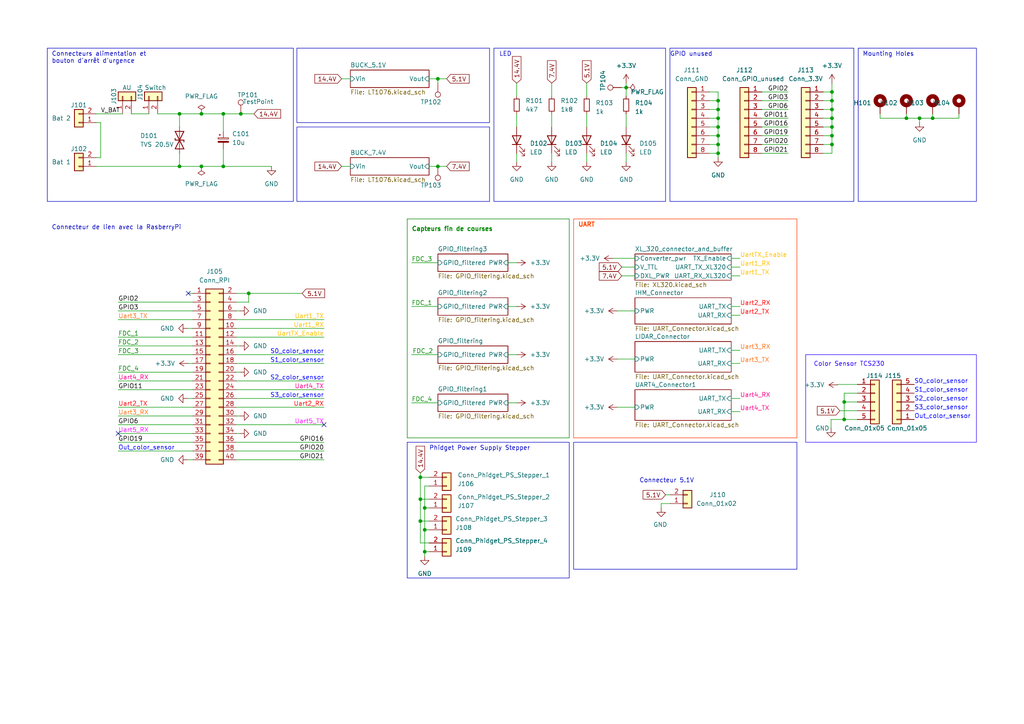
<source format=kicad_sch>
(kicad_sch (version 20230121) (generator eeschema)
  (paper "A4")
  (lib_symbols
    (symbol "Connector:TestPoint" (pin_numbers hide) (pin_names (offset 0.762) hide)
      (property "Reference" "TP" (at 0 6.858 0))
      (property "Value" "TestPoint" (at 0 5.08 0))
      (symbol "TestPoint_0_1"
        (circle (center 0 3.302) (radius 0.762))
      )
      (symbol "TestPoint_1_1"
        (pin passive line (at 0 0 90) (length 2.54) (name "1") (number "1"))
      )
    )
    (symbol "Connector_Generic:Conn_01x02" (pin_names (offset 1.016) hide)
      (property "Reference" "J" (at 0 2.54 0))
      (property "Value" "Conn_01x02" (at 0 -5.08 0))
      (symbol "Conn_01x02_1_1"
        (rectangle (start -1.27 -2.413) (end 0 -2.667) (stroke (width 0.1524)))
        (rectangle (start -1.27 0.127) (end 0 -0.127) (stroke (width 0.1524)))
        (rectangle (start -1.27 1.27) (end 1.27 -3.81) (stroke (width 0.254)) (fill (type background)))
        (pin passive line (at -5.08 0 0) (length 3.81) (name "Pin_1") (number "1"))
        (pin passive line (at -5.08 -2.54 0) (length 3.81) (name "Pin_2") (number "2"))
      )
    )
    (symbol "Connector_Generic:Conn_01x05" (pin_names (offset 1.016) hide)
      (property "Reference" "J" (at 0 7.62 0))
      (property "Value" "Conn_01x05" (at 0 -7.62 0))
      (symbol "Conn_01x05_1_1"
        (rectangle (start -1.27 -4.953) (end 0 -5.207) (stroke (width 0.1524)))
        (rectangle (start -1.27 -2.413) (end 0 -2.667) (stroke (width 0.1524)))
        (rectangle (start -1.27 0.127) (end 0 -0.127) (stroke (width 0.1524)))
        (rectangle (start -1.27 2.667) (end 0 2.413) (stroke (width 0.1524)))
        (rectangle (start -1.27 5.207) (end 0 4.953) (stroke (width 0.1524)))
        (rectangle (start -1.27 6.35) (end 1.27 -6.35) (stroke (width 0.254)) (fill (type background)))
        (pin passive line (at -5.08 5.08 0) (length 3.81) (name "Pin_1") (number "1"))
        (pin passive line (at -5.08 2.54 0) (length 3.81) (name "Pin_2") (number "2"))
        (pin passive line (at -5.08 0 0) (length 3.81) (name "Pin_3") (number "3"))
        (pin passive line (at -5.08 -2.54 0) (length 3.81) (name "Pin_4") (number "4"))
        (pin passive line (at -5.08 -5.08 0) (length 3.81) (name "Pin_5") (number "5"))
      )
    )
    (symbol "Connector_Generic:Conn_01x08" (pin_names (offset 1.016) hide)
      (property "Reference" "J" (at 0 10.16 0))
      (property "Value" "Conn_01x08" (at 0 -12.7 0))
      (symbol "Conn_01x08_1_1"
        (rectangle (start -1.27 -10.033) (end 0 -10.287) (stroke (width 0.1524)))
        (rectangle (start -1.27 -7.493) (end 0 -7.747) (stroke (width 0.1524)))
        (rectangle (start -1.27 -4.953) (end 0 -5.207) (stroke (width 0.1524)))
        (rectangle (start -1.27 -2.413) (end 0 -2.667) (stroke (width 0.1524)))
        (rectangle (start -1.27 0.127) (end 0 -0.127) (stroke (width 0.1524)))
        (rectangle (start -1.27 2.667) (end 0 2.413) (stroke (width 0.1524)))
        (rectangle (start -1.27 5.207) (end 0 4.953) (stroke (width 0.1524)))
        (rectangle (start -1.27 7.747) (end 0 7.493) (stroke (width 0.1524)))
        (rectangle (start -1.27 8.89) (end 1.27 -11.43) (stroke (width 0.254)) (fill (type background)))
        (pin passive line (at -5.08 7.62 0) (length 3.81) (name "Pin_1") (number "1"))
        (pin passive line (at -5.08 5.08 0) (length 3.81) (name "Pin_2") (number "2"))
        (pin passive line (at -5.08 2.54 0) (length 3.81) (name "Pin_3") (number "3"))
        (pin passive line (at -5.08 0 0) (length 3.81) (name "Pin_4") (number "4"))
        (pin passive line (at -5.08 -2.54 0) (length 3.81) (name "Pin_5") (number "5"))
        (pin passive line (at -5.08 -5.08 0) (length 3.81) (name "Pin_6") (number "6"))
        (pin passive line (at -5.08 -7.62 0) (length 3.81) (name "Pin_7") (number "7"))
        (pin passive line (at -5.08 -10.16 0) (length 3.81) (name "Pin_8") (number "8"))
      )
    )
    (symbol "Connector_Generic:Conn_02x20_Odd_Even" (pin_names (offset 1.016) hide)
      (property "Reference" "J" (at 1.27 25.4 0))
      (property "Value" "Conn_02x20_Odd_Even" (at 1.27 -27.94 0))
      (symbol "Conn_02x20_Odd_Even_1_1"
        (rectangle (start -1.27 -25.273) (end 0 -25.527) (stroke (width 0.1524)))
        (rectangle (start -1.27 -22.733) (end 0 -22.987) (stroke (width 0.1524)))
        (rectangle (start -1.27 -20.193) (end 0 -20.447) (stroke (width 0.1524)))
        (rectangle (start -1.27 -17.653) (end 0 -17.907) (stroke (width 0.1524)))
        (rectangle (start -1.27 -15.113) (end 0 -15.367) (stroke (width 0.1524)))
        (rectangle (start -1.27 -12.573) (end 0 -12.827) (stroke (width 0.1524)))
        (rectangle (start -1.27 -10.033) (end 0 -10.287) (stroke (width 0.1524)))
        (rectangle (start -1.27 -7.493) (end 0 -7.747) (stroke (width 0.1524)))
        (rectangle (start -1.27 -4.953) (end 0 -5.207) (stroke (width 0.1524)))
        (rectangle (start -1.27 -2.413) (end 0 -2.667) (stroke (width 0.1524)))
        (rectangle (start -1.27 0.127) (end 0 -0.127) (stroke (width 0.1524)))
        (rectangle (start -1.27 2.667) (end 0 2.413) (stroke (width 0.1524)))
        (rectangle (start -1.27 5.207) (end 0 4.953) (stroke (width 0.1524)))
        (rectangle (start -1.27 7.747) (end 0 7.493) (stroke (width 0.1524)))
        (rectangle (start -1.27 10.287) (end 0 10.033) (stroke (width 0.1524)))
        (rectangle (start -1.27 12.827) (end 0 12.573) (stroke (width 0.1524)))
        (rectangle (start -1.27 15.367) (end 0 15.113) (stroke (width 0.1524)))
        (rectangle (start -1.27 17.907) (end 0 17.653) (stroke (width 0.1524)))
        (rectangle (start -1.27 20.447) (end 0 20.193) (stroke (width 0.1524)))
        (rectangle (start -1.27 22.987) (end 0 22.733) (stroke (width 0.1524)))
        (rectangle (start -1.27 24.13) (end 3.81 -26.67) (stroke (width 0.254)) (fill (type background)))
        (rectangle (start 3.81 -25.273) (end 2.54 -25.527) (stroke (width 0.1524)))
        (rectangle (start 3.81 -22.733) (end 2.54 -22.987) (stroke (width 0.1524)))
        (rectangle (start 3.81 -20.193) (end 2.54 -20.447) (stroke (width 0.1524)))
        (rectangle (start 3.81 -17.653) (end 2.54 -17.907) (stroke (width 0.1524)))
        (rectangle (start 3.81 -15.113) (end 2.54 -15.367) (stroke (width 0.1524)))
        (rectangle (start 3.81 -12.573) (end 2.54 -12.827) (stroke (width 0.1524)))
        (rectangle (start 3.81 -10.033) (end 2.54 -10.287) (stroke (width 0.1524)))
        (rectangle (start 3.81 -7.493) (end 2.54 -7.747) (stroke (width 0.1524)))
        (rectangle (start 3.81 -4.953) (end 2.54 -5.207) (stroke (width 0.1524)))
        (rectangle (start 3.81 -2.413) (end 2.54 -2.667) (stroke (width 0.1524)))
        (rectangle (start 3.81 0.127) (end 2.54 -0.127) (stroke (width 0.1524)))
        (rectangle (start 3.81 2.667) (end 2.54 2.413) (stroke (width 0.1524)))
        (rectangle (start 3.81 5.207) (end 2.54 4.953) (stroke (width 0.1524)))
        (rectangle (start 3.81 7.747) (end 2.54 7.493) (stroke (width 0.1524)))
        (rectangle (start 3.81 10.287) (end 2.54 10.033) (stroke (width 0.1524)))
        (rectangle (start 3.81 12.827) (end 2.54 12.573) (stroke (width 0.1524)))
        (rectangle (start 3.81 15.367) (end 2.54 15.113) (stroke (width 0.1524)))
        (rectangle (start 3.81 17.907) (end 2.54 17.653) (stroke (width 0.1524)))
        (rectangle (start 3.81 20.447) (end 2.54 20.193) (stroke (width 0.1524)))
        (rectangle (start 3.81 22.987) (end 2.54 22.733) (stroke (width 0.1524)))
        (pin passive line (at -5.08 22.86 0) (length 3.81) (name "Pin_1") (number "1"))
        (pin passive line (at 7.62 12.7 180) (length 3.81) (name "Pin_10") (number "10"))
        (pin passive line (at -5.08 10.16 0) (length 3.81) (name "Pin_11") (number "11"))
        (pin passive line (at 7.62 10.16 180) (length 3.81) (name "Pin_12") (number "12"))
        (pin passive line (at -5.08 7.62 0) (length 3.81) (name "Pin_13") (number "13"))
        (pin passive line (at 7.62 7.62 180) (length 3.81) (name "Pin_14") (number "14"))
        (pin passive line (at -5.08 5.08 0) (length 3.81) (name "Pin_15") (number "15"))
        (pin passive line (at 7.62 5.08 180) (length 3.81) (name "Pin_16") (number "16"))
        (pin passive line (at -5.08 2.54 0) (length 3.81) (name "Pin_17") (number "17"))
        (pin passive line (at 7.62 2.54 180) (length 3.81) (name "Pin_18") (number "18"))
        (pin passive line (at -5.08 0 0) (length 3.81) (name "Pin_19") (number "19"))
        (pin passive line (at 7.62 22.86 180) (length 3.81) (name "Pin_2") (number "2"))
        (pin passive line (at 7.62 0 180) (length 3.81) (name "Pin_20") (number "20"))
        (pin passive line (at -5.08 -2.54 0) (length 3.81) (name "Pin_21") (number "21"))
        (pin passive line (at 7.62 -2.54 180) (length 3.81) (name "Pin_22") (number "22"))
        (pin passive line (at -5.08 -5.08 0) (length 3.81) (name "Pin_23") (number "23"))
        (pin passive line (at 7.62 -5.08 180) (length 3.81) (name "Pin_24") (number "24"))
        (pin passive line (at -5.08 -7.62 0) (length 3.81) (name "Pin_25") (number "25"))
        (pin passive line (at 7.62 -7.62 180) (length 3.81) (name "Pin_26") (number "26"))
        (pin passive line (at -5.08 -10.16 0) (length 3.81) (name "Pin_27") (number "27"))
        (pin passive line (at 7.62 -10.16 180) (length 3.81) (name "Pin_28") (number "28"))
        (pin passive line (at -5.08 -12.7 0) (length 3.81) (name "Pin_29") (number "29"))
        (pin passive line (at -5.08 20.32 0) (length 3.81) (name "Pin_3") (number "3"))
        (pin passive line (at 7.62 -12.7 180) (length 3.81) (name "Pin_30") (number "30"))
        (pin passive line (at -5.08 -15.24 0) (length 3.81) (name "Pin_31") (number "31"))
        (pin passive line (at 7.62 -15.24 180) (length 3.81) (name "Pin_32") (number "32"))
        (pin passive line (at -5.08 -17.78 0) (length 3.81) (name "Pin_33") (number "33"))
        (pin passive line (at 7.62 -17.78 180) (length 3.81) (name "Pin_34") (number "34"))
        (pin passive line (at -5.08 -20.32 0) (length 3.81) (name "Pin_35") (number "35"))
        (pin passive line (at 7.62 -20.32 180) (length 3.81) (name "Pin_36") (number "36"))
        (pin passive line (at -5.08 -22.86 0) (length 3.81) (name "Pin_37") (number "37"))
        (pin passive line (at 7.62 -22.86 180) (length 3.81) (name "Pin_38") (number "38"))
        (pin passive line (at -5.08 -25.4 0) (length 3.81) (name "Pin_39") (number "39"))
        (pin passive line (at 7.62 20.32 180) (length 3.81) (name "Pin_4") (number "4"))
        (pin passive line (at 7.62 -25.4 180) (length 3.81) (name "Pin_40") (number "40"))
        (pin passive line (at -5.08 17.78 0) (length 3.81) (name "Pin_5") (number "5"))
        (pin passive line (at 7.62 17.78 180) (length 3.81) (name "Pin_6") (number "6"))
        (pin passive line (at -5.08 15.24 0) (length 3.81) (name "Pin_7") (number "7"))
        (pin passive line (at 7.62 15.24 180) (length 3.81) (name "Pin_8") (number "8"))
        (pin passive line (at -5.08 12.7 0) (length 3.81) (name "Pin_9") (number "9"))
      )
    )
    (symbol "Device:C_Polarized_Small" (pin_numbers hide) (pin_names (offset 0.254) hide)
      (property "Reference" "C" (at 0.254 1.778 0))
      (property "Value" "C_Polarized_Small" (at 0.254 -2.032 0))
      (symbol "C_Polarized_Small_0_1"
        (rectangle (start -1.524 -0.3048) (end 1.524 -0.6858) (fill (type outline)))
        (rectangle (start -1.524 0.6858) (end 1.524 0.3048))
        (polyline (pts (xy -1.27 1.524) (xy -0.762 1.524)))
        (polyline (pts (xy -1.016 1.27) (xy -1.016 1.778)))
      )
      (symbol "C_Polarized_Small_1_1"
        (pin passive line (at 0 2.54 270) (length 1.8542) (name "~") (number "1"))
        (pin passive line (at 0 -2.54 90) (length 1.8542) (name "~") (number "2"))
      )
    )
    (symbol "Device:LED" (pin_numbers hide) (pin_names (offset 1.016) hide)
      (property "Reference" "D" (at 0 2.54 0))
      (property "Value" "LED" (at 0 -2.54 0))
      (symbol "LED_0_1"
        (polyline (pts (xy -1.27 -1.27) (xy -1.27 1.27)) (stroke (width 0.254)))
        (polyline (pts (xy -1.27 0) (xy 1.27 0)))
        (polyline (pts (xy 1.27 -1.27) (xy 1.27 1.27) (xy -1.27 0) (xy 1.27 -1.27)) (stroke (width 0.254)))
        (polyline (pts (xy -3.048 -0.762) (xy -4.572 -2.286) (xy -3.81 -2.286) (xy -4.572 -2.286) (xy -4.572 -1.524)))
        (polyline (pts (xy -1.778 -0.762) (xy -3.302 -2.286) (xy -2.54 -2.286) (xy -3.302 -2.286) (xy -3.302 -1.524)))
      )
      (symbol "LED_1_1"
        (pin passive line (at -3.81 0 0) (length 2.54) (name "K") (number "1"))
        (pin passive line (at 3.81 0 180) (length 2.54) (name "A") (number "2"))
      )
    )
    (symbol "Device:R_Small" (pin_numbers hide) (pin_names (offset 0.254) hide)
      (property "Reference" "R" (at 0.762 0.508 0))
      (property "Value" "R_Small" (at 0.762 -1.016 0))
      (symbol "R_Small_0_1"
        (rectangle (start -0.762 1.778) (end 0.762 -1.778) (stroke (width 0.2032)))
      )
      (symbol "R_Small_1_1"
        (pin passive line (at 0 2.54 270) (length 0.762) (name "~") (number "1"))
        (pin passive line (at 0 -2.54 90) (length 0.762) (name "~") (number "2"))
      )
    )
    (symbol "Diode:1.5KExxCA" (pin_numbers hide) (pin_names (offset 1.016) hide)
      (property "Reference" "D" (at 0 2.54 0))
      (property "Value" "1.5KExxCA" (at 0 -2.54 0))
      (symbol "1.5KExxCA_0_1"
        (polyline (pts (xy 1.27 0) (xy -1.27 0)))
        (polyline (pts (xy -2.54 -1.27) (xy 0 0) (xy -2.54 1.27) (xy -2.54 -1.27)) (stroke (width 0.254)))
        (polyline (pts (xy 0.508 1.27) (xy 0 1.27) (xy 0 -1.27) (xy -0.508 -1.27)) (stroke (width 0.254)))
        (polyline (pts (xy 2.54 1.27) (xy 2.54 -1.27) (xy 0 0) (xy 2.54 1.27)) (stroke (width 0.254)))
      )
      (symbol "1.5KExxCA_1_1"
        (pin passive line (at -3.81 0 0) (length 2.54) (name "A1") (number "1"))
        (pin passive line (at 3.81 0 180) (length 2.54) (name "A2") (number "2"))
      )
    )
    (symbol "Mechanical:MountingHole_Pad" (pin_numbers hide) (pin_names (offset 1.016) hide)
      (property "Reference" "H" (at 0 6.35 0))
      (property "Value" "MountingHole_Pad" (at 0 4.445 0))
      (symbol "MountingHole_Pad_0_1"
        (circle (center 0 1.27) (radius 1.27) (stroke (width 1.27)))
      )
      (symbol "MountingHole_Pad_1_1"
        (pin input line (at 0 -2.54 90) (length 2.54) (name "1") (number "1"))
      )
    )
    (symbol "power:+3.3V" (power) (pin_names (offset 0))
      (property "Value" "+3.3V" (at 0 3.556 0))
      (symbol "+3.3V_0_1"
        (polyline (pts (xy -0.762 1.27) (xy 0 2.54)))
        (polyline (pts (xy 0 0) (xy 0 2.54)))
        (polyline (pts (xy 0 2.54) (xy 0.762 1.27)))
      )
      (symbol "+3.3V_1_1"
        (pin power_in line (at 0 0 90) (length 0) hide (name "+3.3V") (number "1"))
      )
    )
    (symbol "power:GND" (power) (pin_names (offset 0))
      (property "Value" "GND" (at 0 -3.81 0))
      (symbol "GND_0_1"
        (polyline (pts (xy 0 0) (xy 0 -1.27) (xy 1.27 -1.27) (xy 0 -2.54) (xy -1.27 -1.27) (xy 0 -1.27)))
      )
      (symbol "GND_1_1"
        (pin power_in line (at 0 0 270) (length 0) hide (name "GND") (number "1"))
      )
    )
    (symbol "power:PWR_FLAG" (power) (pin_numbers hide) (pin_names (offset 0) hide)
      (property "Value" "PWR_FLAG" (at 0 3.81 0))
      (symbol "PWR_FLAG_0_0"
        (pin power_out line (at 0 0 90) (length 0) (name "pwr") (number "1"))
      )
      (symbol "PWR_FLAG_0_1"
        (polyline (pts (xy 0 0) (xy 0 1.27) (xy -1.016 1.905) (xy 0 2.54) (xy 1.016 1.905) (xy 0 1.27)))
      )
    )
  )
  (junction (at 58.42 33.02))
  (junction (at 208.28 29.21))
  (junction (at 69.85 33.02))
  (junction (at 244.856 116.586))
  (junction (at 241.3 36.83))
  (junction (at 266.7 34.29))
  (junction (at 241.3 26.67))
  (junction (at 262.89 34.29))
  (junction (at 241.3 31.75))
  (junction (at 52.07 48.26))
  (junction (at 72.136 85.09))
  (junction (at 241.3 29.21))
  (junction (at 241.3 39.37))
  (junction (at 127 48.26))
  (junction (at 123.19 160.02))
  (junction (at 127 22.86))
  (junction (at 241.3 41.91))
  (junction (at 64.77 48.26))
  (junction (at 208.28 36.83))
  (junction (at 241.3 34.29))
  (junction (at 208.28 44.45))
  (junction (at 208.28 34.29))
  (junction (at 123.19 153.67))
  (junction (at 181.61 25.4))
  (junction (at 244.856 121.666))
  (junction (at 121.92 151.13))
  (junction (at 52.07 33.02))
  (junction (at 58.42 48.26))
  (junction (at 208.28 39.37))
  (junction (at 121.92 138.43))
  (junction (at 270.51 34.29))
  (junction (at 208.28 31.75))
  (junction (at 123.19 147.32))
  (junction (at 208.28 41.91))
  (junction (at 121.92 144.78))
  (junction (at 64.77 33.02))
  (no_connect (at 93.98 123.19))
  (no_connect (at 34.29 125.73))
  (no_connect (at 54.61 85.09))
  (wire (pts (xy 266.7 34.29) (xy 270.51 34.29)))
  (wire (pts (xy 72.136 85.09) (xy 87.63 85.09)))
  (wire (pts (xy 205.74 39.37) (xy 208.28 39.37)))
  (wire (pts (xy 58.42 48.26) (xy 64.77 48.26)))
  (wire (pts (xy 34.29 130.81) (xy 55.88 130.81)))
  (wire (pts (xy 160.02 46.99) (xy 160.02 44.45)))
  (wire (pts (xy 124.46 22.86) (xy 127 22.86)))
  (wire (pts (xy 52.07 44.45) (xy 52.07 48.26)))
  (wire (pts (xy 205.74 41.91) (xy 208.28 41.91)))
  (wire (pts (xy 241.3 44.45) (xy 241.3 41.91)))
  (wire (pts (xy 208.28 26.67) (xy 205.74 26.67)))
  (wire (pts (xy 220.98 29.21) (xy 228.6 29.21)))
  (wire (pts (xy 212.09 105.41) (xy 214.63 105.41)))
  (wire (pts (xy 238.76 34.29) (xy 241.3 34.29)))
  (wire (pts (xy 147.32 116.84) (xy 149.86 116.84)))
  (wire (pts (xy 208.28 45.72) (xy 208.28 44.45)))
  (wire (pts (xy 68.58 110.49) (xy 93.98 110.49)))
  (wire (pts (xy 29.21 45.72) (xy 27.94 45.72)))
  (wire (pts (xy 147.32 76.2) (xy 149.86 76.2)))
  (wire (pts (xy 220.98 31.75) (xy 228.6 31.75)))
  (wire (pts (xy 205.74 44.45) (xy 208.28 44.45)))
  (wire (pts (xy 193.04 143.51) (xy 194.31 143.51)))
  (wire (pts (xy 181.61 24.13) (xy 181.61 25.4)))
  (wire (pts (xy 241.3 24.13) (xy 241.3 26.67)))
  (wire (pts (xy 127 48.26) (xy 129.54 48.26)))
  (wire (pts (xy 149.86 24.13) (xy 149.86 27.94)))
  (wire (pts (xy 241.3 39.37) (xy 241.3 36.83)))
  (wire (pts (xy 208.28 39.37) (xy 208.28 36.83)))
  (wire (pts (xy 34.29 110.49) (xy 55.88 110.49)))
  (wire (pts (xy 99.06 22.86) (xy 101.6 22.86)))
  (wire (pts (xy 244.856 121.666) (xy 241.046 121.666)))
  (wire (pts (xy 179.07 90.17) (xy 184.15 90.17)))
  (wire (pts (xy 127 22.86) (xy 129.54 22.86)))
  (wire (pts (xy 68.58 120.65) (xy 69.596 120.65)))
  (wire (pts (xy 244.856 116.586) (xy 248.666 116.586)))
  (wire (pts (xy 64.77 33.02) (xy 64.77 38.1)))
  (wire (pts (xy 241.3 36.83) (xy 241.3 34.29)))
  (wire (pts (xy 121.92 151.13) (xy 124.46 151.13)))
  (wire (pts (xy 68.58 107.95) (xy 69.596 107.95)))
  (wire (pts (xy 69.85 33.02) (xy 73.66 33.02)))
  (wire (pts (xy 38.1 33.02) (xy 43.18 33.02)))
  (wire (pts (xy 255.27 33.02) (xy 255.27 34.29)))
  (wire (pts (xy 179.07 118.11) (xy 184.15 118.11)))
  (wire (pts (xy 99.06 48.26) (xy 101.6 48.26)))
  (wire (pts (xy 123.19 140.97) (xy 123.19 147.32)))
  (wire (pts (xy 27.94 35.56) (xy 29.21 35.56)))
  (wire (pts (xy 34.29 87.63) (xy 55.88 87.63)))
  (wire (pts (xy 241.046 121.666) (xy 241.046 124.206)))
  (wire (pts (xy 220.98 36.83) (xy 228.6 36.83)))
  (wire (pts (xy 78.74 48.26) (xy 64.77 48.26)))
  (wire (pts (xy 68.58 100.33) (xy 69.596 100.33)))
  (wire (pts (xy 68.58 125.73) (xy 69.596 125.73)))
  (wire (pts (xy 34.29 128.27) (xy 55.88 128.27)))
  (wire (pts (xy 205.74 31.75) (xy 208.28 31.75)))
  (wire (pts (xy 238.76 36.83) (xy 241.3 36.83)))
  (wire (pts (xy 34.29 90.17) (xy 55.88 90.17)))
  (wire (pts (xy 241.3 31.75) (xy 241.3 29.21)))
  (wire (pts (xy 208.28 44.45) (xy 208.28 41.91)))
  (wire (pts (xy 68.58 92.71) (xy 93.98 92.71)))
  (wire (pts (xy 238.76 41.91) (xy 241.3 41.91)))
  (wire (pts (xy 54.356 115.57) (xy 55.88 115.57)))
  (wire (pts (xy 68.58 90.17) (xy 69.596 90.17)))
  (wire (pts (xy 27.94 48.26) (xy 52.07 48.26)))
  (wire (pts (xy 123.19 147.32) (xy 124.46 147.32)))
  (wire (pts (xy 64.77 43.18) (xy 64.77 48.26)))
  (wire (pts (xy 68.58 87.63) (xy 72.136 87.63)))
  (wire (pts (xy 270.51 33.02) (xy 270.51 34.29)))
  (wire (pts (xy 241.3 29.21) (xy 241.3 26.67)))
  (wire (pts (xy 68.58 85.09) (xy 72.136 85.09)))
  (wire (pts (xy 242.9656 111.6259) (xy 242.9656 111.506)))
  (wire (pts (xy 170.18 46.99) (xy 170.18 44.45)))
  (wire (pts (xy 124.46 153.67) (xy 123.19 153.67)))
  (wire (pts (xy 123.19 147.32) (xy 123.19 153.67)))
  (wire (pts (xy 68.58 102.87) (xy 93.98 102.87)))
  (wire (pts (xy 68.58 113.03) (xy 93.98 113.03)))
  (wire (pts (xy 208.28 41.91) (xy 208.28 39.37)))
  (wire (pts (xy 181.61 33.02) (xy 181.61 36.83)))
  (wire (pts (xy 212.09 74.93) (xy 214.63 74.93)))
  (wire (pts (xy 244.856 116.586) (xy 244.856 121.666)))
  (wire (pts (xy 212.09 101.6) (xy 214.63 101.6)))
  (wire (pts (xy 208.28 36.83) (xy 208.28 34.29)))
  (wire (pts (xy 119.38 102.87) (xy 127 102.87)))
  (wire (pts (xy 54.356 133.35) (xy 55.88 133.35)))
  (wire (pts (xy 34.29 107.95) (xy 55.88 107.95)))
  (wire (pts (xy 242.9656 111.506) (xy 248.666 111.506)))
  (wire (pts (xy 52.07 33.02) (xy 52.07 36.83)))
  (wire (pts (xy 124.46 140.97) (xy 123.19 140.97)))
  (wire (pts (xy 212.09 88.9) (xy 214.63 88.9)))
  (wire (pts (xy 208.28 31.75) (xy 208.28 29.21)))
  (wire (pts (xy 119.38 116.84) (xy 127 116.84)))
  (wire (pts (xy 205.74 29.21) (xy 208.28 29.21)))
  (wire (pts (xy 34.29 120.65) (xy 55.88 120.65)))
  (wire (pts (xy 266.7 34.29) (xy 266.7 35.56)))
  (wire (pts (xy 34.29 100.33) (xy 55.88 100.33)))
  (wire (pts (xy 220.98 26.67) (xy 228.6 26.67)))
  (wire (pts (xy 238.76 31.75) (xy 241.3 31.75)))
  (wire (pts (xy 68.58 133.35) (xy 93.98 133.35)))
  (wire (pts (xy 68.58 105.41) (xy 93.98 105.41)))
  (wire (pts (xy 212.09 115.57) (xy 214.63 115.57)))
  (wire (pts (xy 121.92 144.78) (xy 121.92 151.13)))
  (wire (pts (xy 34.29 97.79) (xy 55.88 97.79)))
  (wire (pts (xy 34.29 123.19) (xy 55.88 123.19)))
  (wire (pts (xy 52.07 48.26) (xy 58.42 48.26)))
  (wire (pts (xy 208.28 29.21) (xy 208.28 26.67)))
  (wire (pts (xy 124.46 138.43) (xy 121.92 138.43)))
  (wire (pts (xy 68.58 130.81) (xy 93.98 130.81)))
  (wire (pts (xy 52.07 33.02) (xy 58.42 33.02)))
  (wire (pts (xy 170.18 33.02) (xy 170.18 36.83)))
  (wire (pts (xy 119.38 76.2) (xy 127 76.2)))
  (wire (pts (xy 121.92 137.16) (xy 121.92 138.43)))
  (wire (pts (xy 124.46 160.02) (xy 123.19 160.02)))
  (wire (pts (xy 180.34 77.47) (xy 184.15 77.47)))
  (wire (pts (xy 27.94 33.02) (xy 35.56 33.02)))
  (wire (pts (xy 58.42 33.02) (xy 64.77 33.02)))
  (wire (pts (xy 68.58 97.79) (xy 93.98 97.79)))
  (wire (pts (xy 147.32 88.9) (xy 149.86 88.9)))
  (wire (pts (xy 34.29 118.11) (xy 55.88 118.11)))
  (wire (pts (xy 180.34 80.01) (xy 184.15 80.01)))
  (wire (pts (xy 241.3 26.67) (xy 238.76 26.67)))
  (wire (pts (xy 180.34 25.4) (xy 181.61 25.4)))
  (wire (pts (xy 121.92 157.48) (xy 124.46 157.48)))
  (wire (pts (xy 205.74 36.83) (xy 208.28 36.83)))
  (wire (pts (xy 54.61 85.09) (xy 55.88 85.09)))
  (wire (pts (xy 194.31 146.05) (xy 191.77 146.05)))
  (wire (pts (xy 255.27 34.29) (xy 262.89 34.29)))
  (wire (pts (xy 262.89 34.29) (xy 266.7 34.29)))
  (wire (pts (xy 262.89 33.02) (xy 262.89 34.29)))
  (wire (pts (xy 170.18 24.13) (xy 170.18 27.94)))
  (wire (pts (xy 29.21 35.56) (xy 29.21 45.72)))
  (wire (pts (xy 68.58 115.57) (xy 93.98 115.57)))
  (wire (pts (xy 212.09 77.47) (xy 214.63 77.47)))
  (wire (pts (xy 68.58 128.27) (xy 93.98 128.27)))
  (wire (pts (xy 212.09 119.38) (xy 214.63 119.38)))
  (wire (pts (xy 238.76 44.45) (xy 241.3 44.45)))
  (wire (pts (xy 149.86 33.02) (xy 149.86 36.83)))
  (wire (pts (xy 64.77 33.02) (xy 69.85 33.02)))
  (wire (pts (xy 241.3 41.91) (xy 241.3 39.37)))
  (wire (pts (xy 121.92 138.43) (xy 121.92 144.78)))
  (wire (pts (xy 68.58 123.19) (xy 93.98 123.19)))
  (wire (pts (xy 123.19 160.02) (xy 123.19 161.29)))
  (wire (pts (xy 124.46 48.26) (xy 127 48.26)))
  (wire (pts (xy 220.98 34.29) (xy 228.6 34.29)))
  (wire (pts (xy 191.77 146.05) (xy 191.77 147.32)))
  (wire (pts (xy 34.29 102.87) (xy 55.88 102.87)))
  (wire (pts (xy 220.98 39.37) (xy 228.6 39.37)))
  (wire (pts (xy 238.76 29.21) (xy 241.3 29.21)))
  (wire (pts (xy 212.09 91.44) (xy 214.63 91.44)))
  (wire (pts (xy 208.28 34.29) (xy 208.28 31.75)))
  (wire (pts (xy 243.586 119.126) (xy 248.666 119.126)))
  (wire (pts (xy 220.98 41.91) (xy 228.6 41.91)))
  (wire (pts (xy 119.38 88.9) (xy 127 88.9)))
  (wire (pts (xy 248.666 121.666) (xy 244.856 121.666)))
  (wire (pts (xy 160.02 24.13) (xy 160.02 27.94)))
  (wire (pts (xy 270.51 34.29) (xy 278.13 34.29)))
  (wire (pts (xy 34.29 125.73) (xy 55.88 125.73)))
  (wire (pts (xy 34.29 92.71) (xy 55.88 92.71)))
  (wire (pts (xy 121.92 144.78) (xy 124.46 144.78)))
  (wire (pts (xy 212.09 80.01) (xy 214.63 80.01)))
  (wire (pts (xy 244.856 114.046) (xy 244.856 116.586)))
  (wire (pts (xy 205.74 34.29) (xy 208.28 34.29)))
  (wire (pts (xy 248.666 114.046) (xy 244.856 114.046)))
  (wire (pts (xy 68.58 118.11) (xy 93.98 118.11)))
  (wire (pts (xy 181.61 46.99) (xy 181.61 44.45)))
  (wire (pts (xy 149.86 46.99) (xy 149.86 44.45)))
  (wire (pts (xy 241.3 34.29) (xy 241.3 31.75)))
  (wire (pts (xy 220.98 44.45) (xy 228.6 44.45)))
  (wire (pts (xy 127 24.13) (xy 127 22.86)))
  (wire (pts (xy 54.61 105.41) (xy 55.88 105.41)))
  (wire (pts (xy 278.13 33.02) (xy 278.13 34.29)))
  (wire (pts (xy 160.02 33.02) (xy 160.02 36.83)))
  (wire (pts (xy 181.61 25.4) (xy 181.61 27.94)))
  (wire (pts (xy 68.58 95.25) (xy 93.98 95.25)))
  (wire (pts (xy 54.356 95.25) (xy 55.88 95.25)))
  (wire (pts (xy 72.136 87.63) (xy 72.136 85.09)))
  (wire (pts (xy 179.07 104.14) (xy 184.15 104.14)))
  (wire (pts (xy 177.8 74.93) (xy 184.15 74.93)))
  (wire (pts (xy 238.76 39.37) (xy 241.3 39.37)))
  (wire (pts (xy 147.32 102.87) (xy 149.86 102.87)))
  (wire (pts (xy 45.72 33.02) (xy 52.07 33.02)))
  (wire (pts (xy 123.19 153.67) (xy 123.19 160.02)))
  (wire (pts (xy 121.92 151.13) (xy 121.92 157.48)))
  (wire (pts (xy 34.29 113.03) (xy 55.88 113.03)))
  (rectangle (start 233.68 102.87) (end 283.21 128.27) (stroke (width 0) (color 40 0 255 1)))
  (rectangle (start 194.31 13.97) (end 247.65 58.42))
  (rectangle (start 86.106 36.83) (end 141.986 58.42))
  (rectangle (start 166.37 63.5) (end 231.14 127) (stroke (width 0) (color 255 54 0 1)))
  (rectangle (start 166.37 128.27) (end 231.14 165.1))
  (rectangle (start 118.11 63.5) (end 165.1 127) (stroke (width 0) (color 0 132 0 1)))
  (rectangle (start 118.11 128.27) (end 165.1 167.64))
  (rectangle (start 143.256 13.97) (end 193.04 58.42))
  (rectangle (start 248.92 13.97) (end 283.21 58.42))
  (rectangle (start 13.716 13.97) (end 85.09 58.42))
  (rectangle (start 86.106 13.97) (end 141.986 35.56))
  (text "Connecteur 5.1V\n" (at 185.42 140.208 0) (effects (font (size 1.27 1.27)) (justify left bottom)))
  (text "Connecteurs alimentation et \nbouton d'arrêt d'urgence" (at 14.986 18.542 0) (effects (font (size 1.27 1.27)) (justify left bottom)))
  (text "UART" (at 167.64 66.04 0) (effects (font (size 1.27 1.27) (thickness 0.254) bold) (justify left bottom)))
  (text "Mounting Holes" (at 250.19 16.51 0) (effects (font (size 1.27 1.27)) (justify left bottom)))
  (text "Phidget Power Supply Stepper" (at 124.46 130.81 0) (effects (font (size 1.27 1.27)) (justify left bottom)))
  (text "Connecteur de lien avec la RasberryPi" (at 14.986 66.802 0) (effects (font (size 1.27 1.27)) (justify left bottom)))
  (text "Color Sensor TCS230" (at 235.966 106.426 0) (effects (font (size 1.27 1.27)) (justify left bottom)))
  (text "LED" (at 144.78 16.51 0) (effects (font (size 1.27 1.27)) (justify left bottom)))
  (text "Capteurs fin de courses\n" (at 119.38 67.31 0) (effects (font (size 1.27 1.27) (thickness 0.254) bold) (justify left bottom)))
  (text "GPIO unused" (at 194.31 16.51 0) (effects (font (size 1.27 1.27)) (justify left bottom)))
  (label "Uart1_RX" (at 214.63 77.47 0))
  (label "GPIO6" (at 34.29 123.19 0) (property "info" "pwm" (effects hide)))
  (label "Uart4_TX" (at 93.98 113.03 180))
  (label "S0_color_sensor" (at 93.98 102.87 180))
  (label "V_BAT" (at 29.21 33.02 0))
  (label "FDC_1" (at 34.29 97.79 0))
  (label "FDC_4" (at 34.29 107.95 0))
  (label "S0_color_sensor" (at 265.176 111.506 0))
  (label "S1_color_sensor" (at 93.98 105.41 180))
  (label "UartTX_Enable" (at 93.98 97.79 180))
  (label "GPIO3" (at 228.6 29.21 180))
  (label "GPIO21" (at 93.98 133.35 180))
  (label "FDC_2" (at 119.6352 102.87 0))
  (label "GPIO2" (at 34.29 87.63 0))
  (label "GPIO11" (at 34.29 113.03 0))
  (label "Uart5_RX" (at 34.29 125.73 0))
  (label "S3_color_sensor" (at 265.176 119.126 0))
  (label "S1_color_sensor" (at 265.176 114.046 0))
  (label "GPIO16" (at 93.98 128.27 180))
  (label "Uart3_RX" (at 214.63 101.6 0))
  (label "FDC_4" (at 119.38 116.84 0))
  (label "GPIO20" (at 228.6 41.91 180))
  (label "GPIO20" (at 93.98 130.81 180))
  (label "Uart5_TX" (at 93.98 123.19 180))
  (label "GPIO6" (at 228.6 31.75 180))
  (label "Uart2_RX" (at 93.98 118.11 180))
  (label "S2_color_sensor" (at 93.98 110.49 180))
  (label "FDC_2" (at 34.29 100.33 0))
  (label "S2_color_sensor" (at 265.176 116.586 0))
  (label "Uart3_RX" (at 34.29 120.65 0))
  (label "FDC_1" (at 119.38 88.9 0))
  (label "GPIO19" (at 228.6 39.37 180))
  (label "UartTX_Enable" (at 214.63 74.93 0))
  (label "Uart4_RX" (at 214.63 115.57 0))
  (label "GPIO21" (at 228.6 44.45 180))
  (label "GPIO16" (at 228.6 36.83 180) (property "info" "pwm" (effects hide)))
  (label "FDC_3" (at 34.29 102.87 0))
  (label "FDC_3" (at 119.38 76.2 0))
  (label "Uart1_RX" (at 93.98 95.25 180))
  (label "Out_color_sensor" (at 34.29 130.81 0))
  (label "Uart2_TX" (at 214.63 91.44 0))
  (label "Uart1_TX" (at 93.98 92.71 180))
  (label "Uart3_TX" (at 34.29 92.71 0))
  (label "Uart2_TX" (at 34.29 118.11 0))
  (label "Uart3_TX" (at 214.63 105.41 0))
  (label "GPIO2" (at 228.6 26.67 180))
  (label "GPIO3" (at 34.29 90.17 0))
  (label "Uart2_RX" (at 214.63 88.9 0))
  (label "GPIO11" (at 228.6 34.29 180))
  (label "Uart4_TX" (at 214.63 119.38 0))
  (label "Uart1_TX" (at 214.63 80.01 0))
  (label "GPIO19" (at 34.29 128.27 0) (property "info" "pwm" (effects hide)))
  (label "Out_color_sensor" (at 265.176 121.666 0))
  (label "S3_color_sensor" (at 93.98 115.57 180))
  (label "Uart4_RX" (at 34.29 110.49 0))
  (global_label "5.1V" (shape input) (at 193.04 143.51 180) (property "Intersheetrefs" "${INTERSHEET_REFS}" (effects hide)))
  (global_label "5.1V" (shape input) (at 87.63 85.09 0) (property "Intersheetrefs" "${INTERSHEET_REFS}" (effects hide)))
  (global_label "14.4V" (shape input) (at 121.92 137.16 90) (property "Intersheetrefs" "${INTERSHEET_REFS}" (effects hide)))
  (global_label "7.4V" (shape input) (at 160.02 24.13 90) (property "Intersheetrefs" "${INTERSHEET_REFS}" (effects hide)))
  (global_label "5.1V" (shape input) (at 129.54 22.86 0) (property "Intersheetrefs" "${INTERSHEET_REFS}" (effects hide)))
  (global_label "7.4V" (shape input) (at 180.34 80.01 180) (property "Intersheetrefs" "${INTERSHEET_REFS}" (effects hide)))
  (global_label "5.1V" (shape input) (at 243.586 119.126 180) (property "Intersheetrefs" "${INTERSHEET_REFS}" (effects hide)))
  (global_label "5.1V" (shape input) (at 170.18 24.13 90) (property "Intersheetrefs" "${INTERSHEET_REFS}" (effects hide)))
  (global_label "14.4V" (shape input) (at 99.06 48.26 180) (property "Intersheetrefs" "${INTERSHEET_REFS}" (effects hide)))
  (global_label "7.4V" (shape input) (at 129.54 48.26 0) (property "Intersheetrefs" "${INTERSHEET_REFS}" (effects hide)))
  (global_label "5.1V" (shape input) (at 180.34 77.47 180) (property "Intersheetrefs" "${INTERSHEET_REFS}" (effects hide)))
  (global_label "14.4V" (shape input) (at 149.86 24.13 90) (property "Intersheetrefs" "${INTERSHEET_REFS}" (effects hide)))
  (global_label "14.4V" (shape input) (at 73.66 33.02 0) (property "Intersheetrefs" "${INTERSHEET_REFS}" (effects hide)))
  (global_label "14.4V" (shape input) (at 99.06 22.86 180) (property "Intersheetrefs" "${INTERSHEET_REFS}" (effects hide)))
  (symbol (lib_id "Device:LED") (at 149.86 40.64 90) (unit 1)
    (property "Reference" "D102" (at 153.67 41.5925 90) (effects (justify right)))
    (property "Value" "LED" (at 153.67 44.1325 90) (effects (justify right)))
    (property "Footprint" "LED_SMD:LED_0603_1608Metric" (effects hide))
  )
  (symbol (lib_id "Device:R_Small") (at 181.61 30.48 0) (unit 1)
    (property "Reference" "R104" (at 184.15 29.845 0) (effects (justify left)))
    (property "Value" "1k" (at 184.15 32.385 0) (effects (justify left)))
    (property "Footprint" "Resistor_SMD:R_0402_1005Metric" (effects hide))
  )
  (symbol (lib_id "Mechanical:MountingHole_Pad") (at 262.89 30.48 0) (unit 1)
    (property "Reference" "H102" (at 260.35 29.845 0) (effects (justify right)))
    (property "Value" "MountingHole_Pad" (effects hide))
    (property "Footprint" "MountingHole:MountingHole_2.7mm_M2.5_Pad_Via" (effects hide))
  )
  (symbol (lib_id "Connector_Generic:Conn_01x02") (at 22.86 48.26 180) (unit 1)
    (property "Reference" "J102" (at 22.86 43.18 0))
    (property "Value" "Bat 1" (at 17.78 46.99 0))
    (property "Footprint" "custom:691322110002" (effects hide))
    (property "Datasheet" "https://www.we-online.com/components/products/datasheet/691322110002.pdf" (effects hide))
    (property "MPN" "691322110002" (effects hide))
  )
  (symbol (lib_id "power:+3.3V") (at 179.07 90.17 90) (unit 1)
    (property "Reference" "#PWR0121" (effects hide))
    (property "Value" "+3.3V" (at 175.26 90.17 90) (effects (justify left)))
  )
  (symbol (lib_id "power:+3.3V") (at 181.61 24.13 0) (unit 1)
    (property "Reference" "#PWR0124" (effects hide))
    (property "Value" "+3.3V" (at 181.61 19.05 0))
  )
  (symbol (lib_id "power:+3.3V") (at 179.07 104.14 90) (unit 1)
    (property "Reference" "#PWR0122" (effects hide))
    (property "Value" "+3.3V" (at 175.26 104.14 90) (effects (justify left)))
  )
  (symbol (lib_id "power:+3.3V") (at 54.61 105.41 90) (unit 1)
    (property "Reference" "#PWR0105" (effects hide))
    (property "Value" "+3.3V" (at 50.8 105.41 90) (effects (justify left)))
  )
  (symbol (lib_id "power:GND") (at 78.74 48.26 0) (unit 1)
    (property "Reference" "#PWR0111" (effects hide))
    (property "Value" "GND" (at 78.74 53.34 0))
  )
  (symbol (lib_id "Connector_Generic:Conn_01x05") (at 260.096 116.586 180) (unit 1)
    (property "Reference" "J115" (at 261.366 108.966 0) (effects (justify left)))
    (property "Value" "Conn_01x05" (at 268.986 124.206 0) (effects (justify left)))
    (property "Footprint" "Connector_JST:JST_XH_B5B-XH-A_1x05_P2.50mm_Vertical" (effects hide))
  )
  (symbol (lib_id "power:GND") (at 69.596 120.65 90) (unit 1)
    (property "Reference" "#PWR0109" (effects hide))
    (property "Value" "GND" (at 73.406 120.65 90) (effects (justify right)))
  )
  (symbol (lib_id "Device:C_Polarized_Small") (at 64.77 40.64 0) (unit 1)
    (property "Reference" "C101" (at 67.31 38.8239 0) (effects (justify left)))
    (property "Value" "10u" (at 67.31 41.3639 0) (effects (justify left)))
    (property "Footprint" "Capacitor_SMD:CP_Elec_4x5.4" (effects hide))
    (property "Datasheet" "https://www.we-online.com/components/products/datasheet/865060440001.pdf" (effects hide))
    (property "MPN" "865060440001" (effects hide))
    (property "Vmax" "25V" (effects hide))
  )
  (symbol (lib_id "Connector_Generic:Conn_01x02") (at 129.54 147.32 0) (mirror x) (unit 1)
    (property "Reference" "J107" (at 132.715 146.685 0) (effects (justify left)))
    (property "Value" "Conn_Phidget_PS_Stepper_2" (at 132.715 144.145 0) (effects (justify left)))
    (property "Footprint" "Connector_JST:JST_XH_B2B-XH-A_1x02_P2.50mm_Vertical" (effects hide))
  )
  (symbol (lib_id "power:GND") (at 160.02 46.99 0) (unit 1)
    (property "Reference" "#PWR0118" (effects hide))
    (property "Value" "GND" (at 160.02 52.07 0))
  )
  (symbol (lib_id "power:GND") (at 123.19 161.29 0) (unit 1)
    (property "Reference" "#PWR0112" (effects hide))
    (property "Value" "GND" (at 123.19 166.37 0))
  )
  (symbol (lib_id "power:+3.3V") (at 242.9656 111.6259 90) (unit 1)
    (property "Reference" "#PWR0130" (effects hide))
    (property "Value" "+3.3V" (at 239.1556 111.6259 90) (effects (justify left)))
  )
  (symbol (lib_id "power:GND") (at 69.596 125.73 90) (unit 1)
    (property "Reference" "#PWR0110" (effects hide))
    (property "Value" "GND" (at 73.406 125.73 90) (effects (justify right)))
  )
  (symbol (lib_id "power:GND") (at 149.86 46.99 0) (unit 1)
    (property "Reference" "#PWR0113" (effects hide))
    (property "Value" "GND" (at 149.86 52.07 0))
  )
  (symbol (lib_id "Connector_Generic:Conn_01x02") (at 129.54 140.97 0) (mirror x) (unit 1)
    (property "Reference" "J106" (at 132.715 140.335 0) (effects (justify left)))
    (property "Value" "Conn_Phidget_PS_Stepper_1" (at 132.715 137.795 0) (effects (justify left)))
    (property "Footprint" "Connector_JST:JST_XH_B2B-XH-A_1x02_P2.50mm_Vertical" (effects hide))
  )
  (symbol (lib_id "Connector:TestPoint") (at 180.34 25.4 90) (unit 1)
    (property "Reference" "TP104" (at 174.869 26.423 0) (effects (justify left)))
    (property "Value" "3V3" (effects hide))
    (property "Footprint" "Connector_Pin:Pin_D0.9mm_L10.0mm_W2.4mm_FlatFork" (effects hide))
  )
  (symbol (lib_id "Connector_Generic:Conn_01x02") (at 129.54 160.02 0) (mirror x) (unit 1)
    (property "Reference" "J109" (at 132.08 159.385 0) (effects (justify left)))
    (property "Value" "Conn_Phidget_PS_Stepper_4" (at 132.08 156.845 0) (effects (justify left)))
    (property "Footprint" "Connector_JST:JST_XH_B2B-XH-A_1x02_P2.50mm_Vertical" (effects hide))
  )
  (symbol (lib_id "power:GND") (at 69.596 100.33 90) (unit 1)
    (property "Reference" "#PWR0107" (effects hide))
    (property "Value" "GND" (at 73.406 100.33 90) (effects (justify right)))
  )
  (symbol (lib_id "Device:LED") (at 160.02 40.64 90) (unit 1)
    (property "Reference" "D103" (at 163.83 41.5925 90) (effects (justify right)))
    (property "Value" "LED" (at 163.83 44.1325 90) (effects (justify right)))
    (property "Footprint" "LED_SMD:LED_0603_1608Metric" (effects hide))
  )
  (symbol (lib_id "Connector:TestPoint") (at 127 24.13 180) (unit 1)
    (property "Reference" "TP102" (at 128.023 29.601 0) (effects (justify left)))
    (property "Value" "5.1V" (effects hide))
    (property "Footprint" "Connector_Pin:Pin_D0.9mm_L10.0mm_W2.4mm_FlatFork" (effects hide))
  )
  (symbol (lib_id "power:GND") (at 241.046 124.206 0) (unit 1)
    (property "Reference" "#PWR0128" (effects hide))
    (property "Value" "GND" (at 238.506 124.206 0))
  )
  (symbol (lib_id "power:+3.3V") (at 179.07 118.11 90) (unit 1)
    (property "Reference" "#PWR0123" (effects hide))
    (property "Value" "+3.3V" (at 175.26 118.11 90) (effects (justify left)))
  )
  (symbol (lib_id "power:PWR_FLAG") (at 181.61 25.4 270) (unit 1)
    (property "Reference" "#FLG0103" (effects hide))
    (property "Value" "PWR_FLAG" (at 182.88 26.67 90) (effects (justify left)))
  )
  (symbol (lib_id "Connector_Generic:Conn_01x08") (at 215.9 34.29 0) (mirror y) (unit 1)
    (property "Reference" "J112" (at 215.9 20.32 0))
    (property "Value" "Conn_GPIO_unused" (at 218.44 22.86 0))
    (property "Footprint" "Connector_PinHeader_2.54mm:PinHeader_1x08_P2.54mm_Vertical" (effects hide))
  )
  (symbol (lib_id "Connector_Generic:Conn_01x02") (at 199.39 146.05 0) (mirror x) (unit 1)
    (property "Reference" "J110" (at 205.74 143.51 0) (effects (justify left)))
    (property "Value" "Conn_01x02" (at 201.93 146.05 0) (effects (justify left)))
    (property "Footprint" "Connector_JST:JST_XH_B2B-XH-A_1x02_P2.50mm_Vertical" (effects hide))
  )
  (symbol (lib_id "power:GND") (at 208.28 45.72 0) (unit 1)
    (property "Reference" "#PWR0127" (effects hide))
    (property "Value" "GND" (at 208.28 50.8 0))
  )
  (symbol (lib_id "power:+3.3V") (at 149.86 76.2 270) (unit 1)
    (property "Reference" "#PWR0114" (effects hide))
    (property "Value" "+3.3V" (at 153.67 76.2 90) (effects (justify left)))
  )
  (symbol (lib_id "Connector_Generic:Conn_01x08") (at 200.66 34.29 0) (mirror y) (unit 1)
    (property "Reference" "J111" (at 200.66 20.32 0))
    (property "Value" "Conn_GND" (at 200.66 22.86 0))
    (property "Footprint" "Connector_PinHeader_2.54mm:PinHeader_1x08_P2.54mm_Vertical" (effects hide))
  )
  (symbol (lib_id "Connector:TestPoint") (at 69.85 33.02 0) (unit 1)
    (property "Reference" "TP101" (at 68.827 27.549 0) (effects (justify left)))
    (property "Value" "TestPoint" (at 70.4183 29.4813 0) (effects (justify left)))
    (property "Footprint" "Connector_Pin:Pin_D0.9mm_L10.0mm_W2.4mm_FlatFork" (effects hide))
  )
  (symbol (lib_id "Connector_Generic:Conn_01x02") (at 35.56 27.94 90) (unit 1)
    (property "Reference" "J103" (at 33.02 27.94 0))
    (property "Value" "AU" (at 36.83 25.4 90))
    (property "Footprint" "custom:691322110002" (effects hide))
    (property "Datasheet" "https://www.we-online.com/components/products/datasheet/691322110002.pdf" (effects hide))
    (property "MPN" "691322110002" (effects hide))
  )
  (symbol (lib_id "Connector_Generic:Conn_01x02") (at 129.54 153.67 0) (mirror x) (unit 1)
    (property "Reference" "J108" (at 132.08 153.035 0) (effects (justify left)))
    (property "Value" "Conn_Phidget_PS_Stepper_3" (at 132.08 150.495 0) (effects (justify left)))
    (property "Footprint" "Connector_JST:JST_XH_B2B-XH-A_1x02_P2.50mm_Vertical" (effects hide))
  )
  (symbol (lib_id "Connector:TestPoint") (at 127 48.26 180) (unit 1)
    (property "Reference" "TP103" (at 128.023 53.731 0) (effects (justify left)))
    (property "Value" "7.4V" (effects hide))
    (property "Footprint" "Connector_Pin:Pin_D0.9mm_L10.0mm_W2.4mm_FlatFork" (effects hide))
  )
  (symbol (lib_id "power:PWR_FLAG") (at 58.42 33.02 0) (unit 1)
    (property "Reference" "#FLG0101" (effects hide))
    (property "Value" "PWR_FLAG" (at 58.42 27.94 0))
  )
  (symbol (lib_id "Connector_Generic:Conn_02x20_Odd_Even") (at 60.96 107.95 0) (unit 1)
    (property "Reference" "J105" (at 62.23 78.74 0))
    (property "Value" "Conn_RPI" (at 62.23 81.28 0))
    (property "Footprint" "Connector_PinSocket_2.54mm:PinSocket_2x20_P2.54mm_Vertical" (effects hide))
  )
  (symbol (lib_id "power:+3.3V") (at 177.8 74.93 90) (unit 1)
    (property "Reference" "#PWR0120" (effects hide))
    (property "Value" "+3.3V" (at 173.99 74.93 90) (effects (justify left)))
  )
  (symbol (lib_id "power:GND") (at 181.61 46.99 0) (unit 1)
    (property "Reference" "#PWR0125" (effects hide))
    (property "Value" "GND" (at 181.61 52.07 0))
  )
  (symbol (lib_id "power:GND") (at 54.356 95.25 270) (unit 1)
    (property "Reference" "#PWR0101" (effects hide))
    (property "Value" "GND" (at 50.546 95.25 90) (effects (justify right)))
  )
  (symbol (lib_id "Connector_Generic:Conn_01x08") (at 233.68 34.29 0) (mirror y) (unit 1)
    (property "Reference" "J113" (at 233.68 20.32 0))
    (property "Value" "Conn_3.3V" (at 233.68 22.86 0))
    (property "Footprint" "Connector_PinHeader_2.54mm:PinHeader_1x08_P2.54mm_Vertical" (effects hide))
  )
  (symbol (lib_id "Device:R_Small") (at 149.86 30.48 0) (unit 1)
    (property "Reference" "R101" (at 152.4 29.21 0) (effects (justify left)))
    (property "Value" "4k7" (at 152.4 31.75 0) (effects (justify left)))
    (property "Footprint" "Resistor_SMD:R_0402_1005Metric" (effects hide))
  )
  (symbol (lib_id "power:GND") (at 266.7 35.56 0) (unit 1)
    (property "Reference" "#PWR0131" (effects hide))
    (property "Value" "GND" (at 266.7 40.64 0))
  )
  (symbol (lib_id "power:GND") (at 54.356 115.57 270) (unit 1)
    (property "Reference" "#PWR0102" (effects hide))
    (property "Value" "GND" (at 50.546 115.57 90) (effects (justify right)))
  )
  (symbol (lib_id "Mechanical:MountingHole_Pad") (at 255.27 30.48 0) (unit 1)
    (property "Reference" "H101" (at 252.73 29.845 0) (effects (justify right)))
    (property "Value" "MountingHole_Pad" (effects hide))
    (property "Footprint" "MountingHole:MountingHole_2.7mm_M2.5_Pad_Via" (effects hide))
  )
  (symbol (lib_id "power:PWR_FLAG") (at 58.42 48.26 180) (unit 1)
    (property "Reference" "#FLG0102" (effects hide))
    (property "Value" "PWR_FLAG" (at 58.42 53.34 0))
  )
  (symbol (lib_id "power:GND") (at 170.18 46.99 0) (unit 1)
    (property "Reference" "#PWR0119" (effects hide))
    (property "Value" "GND" (at 170.18 52.07 0))
  )
  (symbol (lib_id "Connector_Generic:Conn_01x02") (at 43.18 27.94 90) (unit 1)
    (property "Reference" "J104" (at 40.64 29.21 0) (effects (justify left)))
    (property "Value" "Switch" (at 48.26 25.4 90) (effects (justify left)))
    (property "Footprint" "custom:691322110002" (effects hide))
    (property "Datasheet" "https://www.we-online.com/components/products/datasheet/691322110002.pdf" (effects hide))
    (property "MPN" "691322110002" (effects hide))
  )
  (symbol (lib_id "power:GND") (at 54.356 133.35 270) (unit 1)
    (property "Reference" "#PWR0103" (effects hide))
    (property "Value" "GND" (at 50.546 133.35 90) (effects (justify right)))
  )
  (symbol (lib_id "Device:R_Small") (at 160.02 30.48 0) (unit 1)
    (property "Reference" "R102" (at 162.56 29.21 0) (effects (justify left)))
    (property "Value" "1k8" (at 162.56 31.75 0) (effects (justify left)))
    (property "Footprint" "Resistor_SMD:R_0402_1005Metric" (effects hide))
  )
  (symbol (lib_id "power:+3.3V") (at 241.3 24.13 0) (unit 1)
    (property "Reference" "#PWR0129" (effects hide))
    (property "Value" "+3.3V" (at 241.3 19.05 0))
  )
  (symbol (lib_id "power:+3.3V") (at 149.86 102.87 270) (unit 1)
    (property "Reference" "#PWR0116" (effects hide))
    (property "Value" "+3.3V" (at 153.67 102.87 90) (effects (justify left)))
  )
  (symbol (lib_id "power:GND") (at 69.596 107.95 90) (unit 1)
    (property "Reference" "#PWR0108" (effects hide))
    (property "Value" "GND" (at 73.406 107.95 90) (effects (justify right)))
  )
  (symbol (lib_id "Mechanical:MountingHole_Pad") (at 270.51 30.48 0) (unit 1)
    (property "Reference" "H103" (at 267.97 29.845 0) (effects (justify right)))
    (property "Value" "MountingHole_Pad" (effects hide))
    (property "Footprint" "MountingHole:MountingHole_2.7mm_M2.5_Pad_Via" (effects hide))
  )
  (symbol (lib_id "Mechanical:MountingHole_Pad") (at 278.13 30.48 0) (unit 1)
    (property "Reference" "H104" (at 275.59 29.845 0) (effects (justify right)))
    (property "Value" "MountingHole_Pad" (effects hide))
    (property "Footprint" "MountingHole:MountingHole_2.7mm_M2.5_Pad_Via" (effects hide))
  )
  (symbol (lib_id "power:+3.3V") (at 149.86 116.84 270) (unit 1)
    (property "Reference" "#PWR0117" (effects hide))
    (property "Value" "+3.3V" (at 153.67 116.84 90) (effects (justify left)))
  )
  (symbol (lib_id "power:+3.3V") (at 149.86 88.9 270) (unit 1)
    (property "Reference" "#PWR0115" (effects hide))
    (property "Value" "+3.3V" (at 153.67 88.9 90) (effects (justify left)))
  )
  (symbol (lib_id "power:GND") (at 69.596 90.17 90) (unit 1)
    (property "Reference" "#PWR0106" (effects hide))
    (property "Value" "GND" (at 73.406 90.17 90) (effects (justify right)))
  )
  (symbol (lib_id "Device:R_Small") (at 170.18 30.48 0) (unit 1)
    (property "Reference" "R103" (at 172.72 29.845 0) (effects (justify left)))
    (property "Value" "1k" (at 172.72 32.385 0) (effects (justify left)))
    (property "Footprint" "Resistor_SMD:R_0402_1005Metric" (effects hide))
  )
  (symbol (lib_id "Connector_Generic:Conn_01x05") (at 253.746 116.586 0) (unit 1)
    (property "Reference" "J114" (at 251.206 108.966 0) (effects (justify left)))
    (property "Value" "Conn_01x05" (at 244.856 124.206 0) (effects (justify left)))
    (property "Footprint" "Connector_JST:JST_XH_B5B-XH-A_1x05_P2.50mm_Vertical" (effects hide))
  )
  (symbol (lib_id "Connector_Generic:Conn_01x02") (at 22.86 35.56 180) (unit 1)
    (property "Reference" "J101" (at 22.86 30.48 0))
    (property "Value" "Bat 2" (at 17.78 34.29 0))
    (property "Footprint" "custom:691322110002" (effects hide))
    (property "Datasheet" "https://www.we-online.com/components/products/datasheet/691322110002.pdf" (effects hide))
    (property "MPN" "691322110002" (effects hide))
  )
  (symbol (lib_id "Diode:1.5KExxCA") (at 52.07 40.64 270) (unit 1)
    (property "Reference" "D101" (at 40.64 39.37 90) (effects (justify left)))
    (property "Value" "TVS 20.5V" (at 40.64 41.91 90) (effects (justify left)))
    (property "Footprint" "Diode_SMD:D_SMB" (effects hide))
    (property "Datasheet" "https://www.st.com/resource/en/datasheet/sm6t24a.pdf" (effects hide))
    (property "MPN" "SM6T24A" (effects hide))
  )
  (symbol (lib_id "Device:LED") (at 170.18 40.64 90) (unit 1)
    (property "Reference" "D104" (at 173.99 41.5925 90) (effects (justify right)))
    (property "Value" "LED" (at 173.99 44.1325 90) (effects (justify right)))
    (property "Footprint" "LED_SMD:LED_0603_1608Metric" (effects hide))
  )
  (symbol (lib_id "Device:LED") (at 181.61 40.64 90) (unit 1)
    (property "Reference" "D105" (at 185.42 41.5925 90) (effects (justify right)))
    (property "Value" "LED" (at 185.42 44.1325 90) (effects (justify right)))
    (property "Footprint" "LED_SMD:LED_0603_1608Metric" (effects hide))
  )
  (symbol (lib_id "power:GND") (at 191.77 147.32 0) (unit 1)
    (property "Reference" "#PWR0126" (effects hide))
    (property "Value" "GND" (at 191.516 152.146 0))
  )
  (sheet (at 127 114.3) (size 20.32 5.08) (stroke (width 0.1524))
    (property "Sheetname" "GPIO_filtering1" (at 127 113.5884 0) (effects (justify left bottom)))
    (property "Sheetfile" "GPIO_filtering.kicad_sch" (at 127 119.9646 0) (effects (justify left top)))
    (pin "GPIO_filtered" input (at 127 116.84 180))
    (pin "PWR" input (at 147.32 116.84 0))
  )
  (sheet (at 184.15 73.66) (size 27.94 7.62) (stroke (width 0.1524))
    (property "Sheetname" "XL_320_connector_and_buffer" (at 184.15 72.9484 0) (effects (justify left bottom)))
    (property "Sheetfile" "XL320.kicad_sch" (at 184.15 81.8646 0) (effects (justify left top)))
    (pin "Converter_pwr" input (at 184.15 74.93 180))
    (pin "TX_Enable" input (at 212.09 74.93 0))
    (pin "UART_TX_XL320" input (at 212.09 77.47 0))
    (pin "UART_RX_XL320" input (at 212.09 80.01 0))
    (pin "DXL_PWR" input (at 184.15 80.01 180))
    (pin "V_TTL" input (at 184.15 77.47 180))
  )
  (sheet (at 184.15 113.03) (size 27.94 8.89) (stroke (width 0.1524))
    (property "Sheetname" "UART4_Connector1" (at 184.15 112.3184 0) (effects (justify left bottom)))
    (property "Sheetfile" "UART_Connector.kicad_sch" (at 184.15 122.5046 0) (effects (justify left top)))
    (pin "UART_TX" input (at 212.09 115.57 0))
    (pin "PWR" input (at 184.15 118.11 180))
    (pin "UART_RX" input (at 212.09 119.38 0))
  )
  (sheet (at 101.6 20.32) (size 22.86 5.08) (stroke (width 0.1524))
    (property "Sheetname" "BUCK_5.1V" (at 101.6 19.6084 0) (effects (justify left bottom)))
    (property "Sheetfile" "LT1076.kicad_sch" (at 101.6 25.9846 0) (effects (justify left top)))
    (pin "Vout" input (at 124.46 22.86 0))
    (pin "Vin" input (at 101.6 22.86 180))
  )
  (sheet (at 184.15 99.06) (size 27.94 8.89) (stroke (width 0.1524))
    (property "Sheetname" "LIDAR_Connector" (at 184.15 98.3484 0) (effects (justify left bottom)))
    (property "Sheetfile" "UART_Connector.kicad_sch" (at 184.15 108.5346 0) (effects (justify left top)))
    (pin "UART_TX" input (at 212.09 101.6 0))
    (pin "PWR" input (at 184.15 104.14 180))
    (pin "UART_RX" input (at 212.09 105.41 0))
  )
  (sheet (at 127 73.66) (size 20.32 5.08) (stroke (width 0.1524))
    (property "Sheetname" "GPIO_filtering3" (at 127 72.9484 0) (effects (justify left bottom)))
    (property "Sheetfile" "GPIO_filtering.kicad_sch" (at 127 79.3246 0) (effects (justify left top)))
    (pin "GPIO_filtered" input (at 127 76.2 180))
    (pin "PWR" input (at 147.32 76.2 0))
  )
  (sheet (at 127 86.36) (size 20.32 5.08) (stroke (width 0.1524))
    (property "Sheetname" "GPIO_filtering2" (at 127 85.6484 0) (effects (justify left bottom)))
    (property "Sheetfile" "GPIO_filtering.kicad_sch" (at 127 92.0246 0) (effects (justify left top)))
    (pin "GPIO_filtered" input (at 127 88.9 180))
    (pin "PWR" input (at 147.32 88.9 0))
  )
  (sheet (at 127 100.33) (size 20.32 5.08) (stroke (width 0.1524))
    (property "Sheetname" "GPIO_filtering" (at 127 99.6184 0) (effects (justify left bottom)))
    (property "Sheetfile" "GPIO_filtering.kicad_sch" (at 127 105.9946 0) (effects (justify left top)))
    (pin "GPIO_filtered" input (at 127 102.87 180))
    (pin "PWR" input (at 147.32 102.87 0))
  )
  (sheet (at 184.15 86.36) (size 27.94 7.62) (stroke (width 0.1524))
    (property "Sheetname" "IHM_Connector" (at 184.15 85.6484 0) (effects (justify left bottom)))
    (property "Sheetfile" "UART_Connector.kicad_sch" (at 184.15 94.5646 0) (effects (justify left top)))
    (pin "UART_TX" input (at 212.09 88.9 0))
    (pin "PWR" input (at 184.15 90.17 180))
    (pin "UART_RX" input (at 212.09 91.44 0))
  )
  (sheet (at 101.6 45.72) (size 22.86 5.08) (stroke (width 0.1524))
    (property "Sheetname" "BUCK_7.4V" (at 101.6 45.0084 0) (effects (justify left bottom)))
    (property "Sheetfile" "LT1076.kicad_sch" (at 101.6 51.3846 0) (effects (justify left top)))
    (pin "Vout" input (at 124.46 48.26 0))
    (pin "Vin" input (at 101.6 48.26 180))
  )
)
</source>
